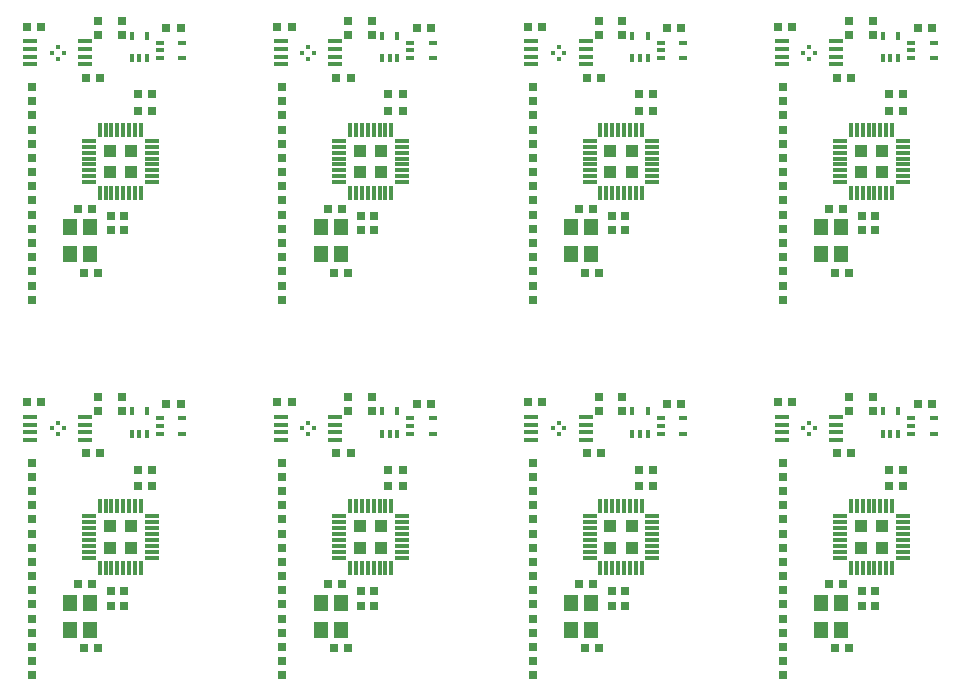
<source format=gtp>
G75*
%MOIN*%
%OFA0B0*%
%FSLAX24Y24*%
%IPPOS*%
%LPD*%
%AMOC8*
5,1,8,0,0,1.08239X$1,22.5*
%
%ADD10R,0.0118X0.0472*%
%ADD11R,0.0472X0.0118*%
%ADD12R,0.0394X0.0394*%
%ADD13R,0.0276X0.0276*%
%ADD14R,0.0157X0.0276*%
%ADD15R,0.0276X0.0157*%
%ADD16R,0.0472X0.0157*%
%ADD17R,0.0157X0.0157*%
%ADD18R,0.0472X0.0551*%
D10*
X012970Y012724D03*
X013167Y012724D03*
X013364Y012724D03*
X013561Y012724D03*
X013758Y012724D03*
X013955Y012724D03*
X014152Y012724D03*
X014348Y012724D03*
X014348Y014811D03*
X014152Y014811D03*
X013955Y014811D03*
X013758Y014811D03*
X013561Y014811D03*
X013364Y014811D03*
X013167Y014811D03*
X012970Y014811D03*
X021317Y014811D03*
X021514Y014811D03*
X021711Y014811D03*
X021907Y014811D03*
X022104Y014811D03*
X022301Y014811D03*
X022498Y014811D03*
X022695Y014811D03*
X022695Y012724D03*
X022498Y012724D03*
X022301Y012724D03*
X022104Y012724D03*
X021907Y012724D03*
X021711Y012724D03*
X021514Y012724D03*
X021317Y012724D03*
X029663Y012724D03*
X029860Y012724D03*
X030057Y012724D03*
X030254Y012724D03*
X030451Y012724D03*
X030648Y012724D03*
X030844Y012724D03*
X031041Y012724D03*
X031041Y014811D03*
X030844Y014811D03*
X030648Y014811D03*
X030451Y014811D03*
X030254Y014811D03*
X030057Y014811D03*
X029860Y014811D03*
X029663Y014811D03*
X038010Y014811D03*
X038207Y014811D03*
X038403Y014811D03*
X038600Y014811D03*
X038797Y014811D03*
X038994Y014811D03*
X039191Y014811D03*
X039388Y014811D03*
X039388Y012724D03*
X039191Y012724D03*
X038994Y012724D03*
X038797Y012724D03*
X038600Y012724D03*
X038403Y012724D03*
X038207Y012724D03*
X038010Y012724D03*
X038010Y025244D03*
X038207Y025244D03*
X038403Y025244D03*
X038600Y025244D03*
X038797Y025244D03*
X038994Y025244D03*
X039191Y025244D03*
X039388Y025244D03*
X039388Y027330D03*
X039191Y027330D03*
X038994Y027330D03*
X038797Y027330D03*
X038600Y027330D03*
X038403Y027330D03*
X038207Y027330D03*
X038010Y027330D03*
X031041Y027330D03*
X030844Y027330D03*
X030648Y027330D03*
X030451Y027330D03*
X030254Y027330D03*
X030057Y027330D03*
X029860Y027330D03*
X029663Y027330D03*
X029663Y025244D03*
X029860Y025244D03*
X030057Y025244D03*
X030254Y025244D03*
X030451Y025244D03*
X030648Y025244D03*
X030844Y025244D03*
X031041Y025244D03*
X022695Y025244D03*
X022498Y025244D03*
X022301Y025244D03*
X022104Y025244D03*
X021907Y025244D03*
X021711Y025244D03*
X021514Y025244D03*
X021317Y025244D03*
X021317Y027330D03*
X021514Y027330D03*
X021711Y027330D03*
X021907Y027330D03*
X022104Y027330D03*
X022301Y027330D03*
X022498Y027330D03*
X022695Y027330D03*
X014348Y027330D03*
X014152Y027330D03*
X013955Y027330D03*
X013758Y027330D03*
X013561Y027330D03*
X013364Y027330D03*
X013167Y027330D03*
X012970Y027330D03*
X012970Y025244D03*
X013167Y025244D03*
X013364Y025244D03*
X013561Y025244D03*
X013758Y025244D03*
X013955Y025244D03*
X014152Y025244D03*
X014348Y025244D03*
D11*
X014703Y025598D03*
X014703Y025795D03*
X014703Y025992D03*
X014703Y026189D03*
X014703Y026385D03*
X014703Y026582D03*
X014703Y026779D03*
X014703Y026976D03*
X012616Y026976D03*
X012616Y026779D03*
X012616Y026582D03*
X012616Y026385D03*
X012616Y026189D03*
X012616Y025992D03*
X012616Y025795D03*
X012616Y025598D03*
X020963Y025598D03*
X020963Y025795D03*
X020963Y025992D03*
X020963Y026189D03*
X020963Y026385D03*
X020963Y026582D03*
X020963Y026779D03*
X020963Y026976D03*
X023049Y026976D03*
X023049Y026779D03*
X023049Y026582D03*
X023049Y026385D03*
X023049Y026189D03*
X023049Y025992D03*
X023049Y025795D03*
X023049Y025598D03*
X029309Y025598D03*
X029309Y025795D03*
X029309Y025992D03*
X029309Y026189D03*
X029309Y026385D03*
X029309Y026582D03*
X029309Y026779D03*
X029309Y026976D03*
X031396Y026976D03*
X031396Y026779D03*
X031396Y026582D03*
X031396Y026385D03*
X031396Y026189D03*
X031396Y025992D03*
X031396Y025795D03*
X031396Y025598D03*
X037655Y025598D03*
X037655Y025795D03*
X037655Y025992D03*
X037655Y026189D03*
X037655Y026385D03*
X037655Y026582D03*
X037655Y026779D03*
X037655Y026976D03*
X039742Y026976D03*
X039742Y026779D03*
X039742Y026582D03*
X039742Y026385D03*
X039742Y026189D03*
X039742Y025992D03*
X039742Y025795D03*
X039742Y025598D03*
X039742Y014456D03*
X039742Y014259D03*
X039742Y014063D03*
X039742Y013866D03*
X039742Y013669D03*
X039742Y013472D03*
X039742Y013275D03*
X039742Y013078D03*
X037655Y013078D03*
X037655Y013275D03*
X037655Y013472D03*
X037655Y013669D03*
X037655Y013866D03*
X037655Y014063D03*
X037655Y014259D03*
X037655Y014456D03*
X031396Y014456D03*
X031396Y014259D03*
X031396Y014063D03*
X031396Y013866D03*
X031396Y013669D03*
X031396Y013472D03*
X031396Y013275D03*
X031396Y013078D03*
X029309Y013078D03*
X029309Y013275D03*
X029309Y013472D03*
X029309Y013669D03*
X029309Y013866D03*
X029309Y014063D03*
X029309Y014259D03*
X029309Y014456D03*
X023049Y014456D03*
X023049Y014259D03*
X023049Y014063D03*
X023049Y013866D03*
X023049Y013669D03*
X023049Y013472D03*
X023049Y013275D03*
X023049Y013078D03*
X020963Y013078D03*
X020963Y013275D03*
X020963Y013472D03*
X020963Y013669D03*
X020963Y013866D03*
X020963Y014063D03*
X020963Y014259D03*
X020963Y014456D03*
X014703Y014456D03*
X014703Y014259D03*
X014703Y014063D03*
X014703Y013866D03*
X014703Y013669D03*
X014703Y013472D03*
X014703Y013275D03*
X014703Y013078D03*
X012616Y013078D03*
X012616Y013275D03*
X012616Y013472D03*
X012616Y013669D03*
X012616Y013866D03*
X012616Y014063D03*
X012616Y014259D03*
X012616Y014456D03*
D12*
X013305Y014122D03*
X014014Y014122D03*
X014014Y013413D03*
X013305Y013413D03*
X021652Y013413D03*
X022360Y013413D03*
X022360Y014122D03*
X021652Y014122D03*
X029998Y014122D03*
X030707Y014122D03*
X030707Y013413D03*
X029998Y013413D03*
X038344Y013413D03*
X039053Y013413D03*
X039053Y014122D03*
X038344Y014122D03*
X038344Y025933D03*
X039053Y025933D03*
X039053Y026641D03*
X038344Y026641D03*
X030707Y026641D03*
X029998Y026641D03*
X029998Y025933D03*
X030707Y025933D03*
X022360Y025933D03*
X021652Y025933D03*
X021652Y026641D03*
X022360Y026641D03*
X014014Y026641D03*
X013305Y026641D03*
X013305Y025933D03*
X014014Y025933D03*
D13*
X010707Y009161D03*
X010707Y009633D03*
X010707Y010106D03*
X010707Y010578D03*
X010707Y011051D03*
X010707Y011523D03*
X010707Y011996D03*
X010707Y012468D03*
X010707Y012941D03*
X010707Y013413D03*
X010707Y013885D03*
X010707Y014358D03*
X010707Y014830D03*
X010707Y015303D03*
X010707Y015775D03*
X010707Y016248D03*
X012518Y016563D03*
X012990Y016563D03*
X014250Y016011D03*
X014722Y016011D03*
X014722Y015460D03*
X014250Y015460D03*
X013699Y017980D03*
X013699Y018452D03*
X012911Y018452D03*
X012911Y017980D03*
X011022Y018256D03*
X010549Y018256D03*
X010707Y021681D03*
X010707Y022153D03*
X010707Y022626D03*
X010707Y023098D03*
X010707Y023570D03*
X010707Y024043D03*
X010707Y024515D03*
X010707Y024988D03*
X010707Y025460D03*
X010707Y025933D03*
X010707Y026405D03*
X010707Y026878D03*
X010707Y027350D03*
X010707Y027822D03*
X010707Y028295D03*
X010707Y028767D03*
X012518Y029082D03*
X012990Y029082D03*
X014250Y028531D03*
X014722Y028531D03*
X014722Y027980D03*
X014250Y027980D03*
X013699Y030500D03*
X013699Y030972D03*
X012911Y030972D03*
X012911Y030500D03*
X011022Y030775D03*
X010549Y030775D03*
X015195Y030736D03*
X015667Y030736D03*
X018896Y030775D03*
X019368Y030775D03*
X021258Y030972D03*
X021258Y030500D03*
X022045Y030500D03*
X022045Y030972D03*
X023541Y030736D03*
X024014Y030736D03*
X023069Y028531D03*
X022596Y028531D03*
X022596Y027980D03*
X023069Y027980D03*
X021337Y029082D03*
X020864Y029082D03*
X019053Y028767D03*
X019053Y028295D03*
X019053Y027822D03*
X019053Y027350D03*
X019053Y026878D03*
X019053Y026405D03*
X019053Y025933D03*
X019053Y025460D03*
X019053Y024988D03*
X019053Y024515D03*
X019053Y024043D03*
X019053Y023570D03*
X019053Y023098D03*
X019053Y022626D03*
X019053Y022153D03*
X019053Y021681D03*
X020785Y022586D03*
X021258Y022586D03*
X021691Y024004D03*
X022124Y024004D03*
X022124Y024476D03*
X021691Y024476D03*
X021061Y024712D03*
X020589Y024712D03*
X027400Y024515D03*
X027400Y024043D03*
X027400Y023570D03*
X027400Y023098D03*
X027400Y022626D03*
X027400Y022153D03*
X027400Y021681D03*
X029132Y022586D03*
X029604Y022586D03*
X030037Y024004D03*
X030470Y024004D03*
X030470Y024476D03*
X030037Y024476D03*
X029407Y024712D03*
X028935Y024712D03*
X027400Y024988D03*
X027400Y025460D03*
X027400Y025933D03*
X027400Y026405D03*
X027400Y026878D03*
X027400Y027350D03*
X027400Y027822D03*
X027400Y028295D03*
X027400Y028767D03*
X029211Y029082D03*
X029683Y029082D03*
X030943Y028531D03*
X031415Y028531D03*
X031415Y027980D03*
X030943Y027980D03*
X030392Y030500D03*
X030392Y030972D03*
X029604Y030972D03*
X029604Y030500D03*
X027715Y030775D03*
X027242Y030775D03*
X031888Y030736D03*
X032360Y030736D03*
X035589Y030775D03*
X036061Y030775D03*
X037951Y030972D03*
X037951Y030500D03*
X038738Y030500D03*
X038738Y030972D03*
X040234Y030736D03*
X040707Y030736D03*
X039762Y028531D03*
X039289Y028531D03*
X039289Y027980D03*
X039762Y027980D03*
X038029Y029082D03*
X037557Y029082D03*
X035746Y028767D03*
X035746Y028295D03*
X035746Y027822D03*
X035746Y027350D03*
X035746Y026878D03*
X035746Y026405D03*
X035746Y025933D03*
X035746Y025460D03*
X035746Y024988D03*
X035746Y024515D03*
X035746Y024043D03*
X035746Y023570D03*
X035746Y023098D03*
X035746Y022626D03*
X035746Y022153D03*
X035746Y021681D03*
X037478Y022586D03*
X037951Y022586D03*
X038384Y024004D03*
X038817Y024004D03*
X038817Y024476D03*
X038384Y024476D03*
X037754Y024712D03*
X037281Y024712D03*
X037951Y018452D03*
X037951Y017980D03*
X038738Y017980D03*
X038738Y018452D03*
X040234Y018216D03*
X040707Y018216D03*
X039762Y016011D03*
X039289Y016011D03*
X039289Y015460D03*
X039762Y015460D03*
X038029Y016563D03*
X037557Y016563D03*
X035746Y016248D03*
X035746Y015775D03*
X035746Y015303D03*
X035746Y014830D03*
X035746Y014358D03*
X035746Y013885D03*
X035746Y013413D03*
X035746Y012941D03*
X035746Y012468D03*
X035746Y011996D03*
X035746Y011523D03*
X035746Y011051D03*
X035746Y010578D03*
X035746Y010106D03*
X035746Y009633D03*
X035746Y009161D03*
X037478Y010067D03*
X037951Y010067D03*
X038384Y011484D03*
X038817Y011484D03*
X038817Y011956D03*
X038384Y011956D03*
X037754Y012193D03*
X037281Y012193D03*
X031415Y015460D03*
X030943Y015460D03*
X030943Y016011D03*
X031415Y016011D03*
X029683Y016563D03*
X029211Y016563D03*
X029604Y017980D03*
X029604Y018452D03*
X030392Y018452D03*
X030392Y017980D03*
X031888Y018216D03*
X032360Y018216D03*
X035589Y018256D03*
X036061Y018256D03*
X029407Y012193D03*
X028935Y012193D03*
X030037Y011956D03*
X030470Y011956D03*
X030470Y011484D03*
X030037Y011484D03*
X029604Y010067D03*
X029132Y010067D03*
X027400Y010106D03*
X027400Y010578D03*
X027400Y011051D03*
X027400Y011523D03*
X027400Y011996D03*
X027400Y012468D03*
X027400Y012941D03*
X027400Y013413D03*
X027400Y013885D03*
X027400Y014358D03*
X027400Y014830D03*
X027400Y015303D03*
X027400Y015775D03*
X027400Y016248D03*
X027242Y018256D03*
X027715Y018256D03*
X024014Y018216D03*
X023541Y018216D03*
X022045Y017980D03*
X022045Y018452D03*
X021258Y018452D03*
X021258Y017980D03*
X021337Y016563D03*
X020864Y016563D03*
X022596Y016011D03*
X023069Y016011D03*
X023069Y015460D03*
X022596Y015460D03*
X019053Y015303D03*
X019053Y015775D03*
X019053Y016248D03*
X019053Y014830D03*
X019053Y014358D03*
X019053Y013885D03*
X019053Y013413D03*
X019053Y012941D03*
X019053Y012468D03*
X019053Y011996D03*
X019053Y011523D03*
X019053Y011051D03*
X019053Y010578D03*
X019053Y010106D03*
X019053Y009633D03*
X019053Y009161D03*
X020785Y010067D03*
X021258Y010067D03*
X021691Y011484D03*
X022124Y011484D03*
X022124Y011956D03*
X021691Y011956D03*
X021061Y012193D03*
X020589Y012193D03*
X027400Y009633D03*
X027400Y009161D03*
X019368Y018256D03*
X018896Y018256D03*
X015667Y018216D03*
X015195Y018216D03*
X012911Y022586D03*
X012439Y022586D03*
X013344Y024004D03*
X013777Y024004D03*
X013777Y024476D03*
X013344Y024476D03*
X012715Y024712D03*
X012242Y024712D03*
X012242Y012193D03*
X012715Y012193D03*
X013344Y011956D03*
X013777Y011956D03*
X013777Y011484D03*
X013344Y011484D03*
X012911Y010067D03*
X012439Y010067D03*
D14*
X014033Y017212D03*
X014289Y017212D03*
X014545Y017212D03*
X014545Y017960D03*
X014033Y017960D03*
X022380Y017960D03*
X022892Y017960D03*
X022892Y017212D03*
X022636Y017212D03*
X022380Y017212D03*
X030726Y017212D03*
X030982Y017212D03*
X031238Y017212D03*
X031238Y017960D03*
X030726Y017960D03*
X039073Y017960D03*
X039585Y017960D03*
X039585Y017212D03*
X039329Y017212D03*
X039073Y017212D03*
X039073Y029732D03*
X039329Y029732D03*
X039585Y029732D03*
X039585Y030480D03*
X039073Y030480D03*
X031238Y030480D03*
X030726Y030480D03*
X030726Y029732D03*
X030982Y029732D03*
X031238Y029732D03*
X022892Y029732D03*
X022636Y029732D03*
X022380Y029732D03*
X022380Y030480D03*
X022892Y030480D03*
X014545Y030480D03*
X014033Y030480D03*
X014033Y029732D03*
X014289Y029732D03*
X014545Y029732D03*
D15*
X014978Y029732D03*
X014978Y029988D03*
X014978Y030244D03*
X015726Y030244D03*
X015726Y029732D03*
X023325Y029732D03*
X023325Y029988D03*
X023325Y030244D03*
X024073Y030244D03*
X024073Y029732D03*
X031671Y029732D03*
X031671Y029988D03*
X031671Y030244D03*
X032419Y030244D03*
X032419Y029732D03*
X040018Y029732D03*
X040018Y029988D03*
X040018Y030244D03*
X040766Y030244D03*
X040766Y029732D03*
X040766Y017724D03*
X040766Y017212D03*
X040018Y017212D03*
X040018Y017468D03*
X040018Y017724D03*
X032419Y017724D03*
X032419Y017212D03*
X031671Y017212D03*
X031671Y017468D03*
X031671Y017724D03*
X024073Y017724D03*
X024073Y017212D03*
X023325Y017212D03*
X023325Y017468D03*
X023325Y017724D03*
X015726Y017724D03*
X015726Y017212D03*
X014978Y017212D03*
X014978Y017468D03*
X014978Y017724D03*
D16*
X012483Y017774D03*
X012483Y017518D03*
X012483Y017262D03*
X012483Y017006D03*
X010662Y017006D03*
X010662Y017262D03*
X010662Y017518D03*
X010662Y017774D03*
X019009Y017774D03*
X019009Y017518D03*
X019009Y017262D03*
X019009Y017006D03*
X020829Y017006D03*
X020829Y017262D03*
X020829Y017518D03*
X020829Y017774D03*
X027355Y017774D03*
X027355Y017518D03*
X027355Y017262D03*
X027355Y017006D03*
X029176Y017006D03*
X029176Y017262D03*
X029176Y017518D03*
X029176Y017774D03*
X035702Y017774D03*
X035702Y017518D03*
X035702Y017262D03*
X035702Y017006D03*
X037522Y017006D03*
X037522Y017262D03*
X037522Y017518D03*
X037522Y017774D03*
X037522Y029526D03*
X037522Y029781D03*
X037522Y030037D03*
X037522Y030293D03*
X035702Y030293D03*
X035702Y030037D03*
X035702Y029781D03*
X035702Y029526D03*
X029176Y029526D03*
X029176Y029781D03*
X029176Y030037D03*
X029176Y030293D03*
X027355Y030293D03*
X027355Y030037D03*
X027355Y029781D03*
X027355Y029526D03*
X020829Y029526D03*
X020829Y029781D03*
X020829Y030037D03*
X020829Y030293D03*
X019009Y030293D03*
X019009Y030037D03*
X019009Y029781D03*
X019009Y029526D03*
X012483Y029526D03*
X012483Y029781D03*
X012483Y030037D03*
X012483Y030293D03*
X010662Y030293D03*
X010662Y030037D03*
X010662Y029781D03*
X010662Y029526D03*
D17*
X011376Y029909D03*
X011573Y029712D03*
X011770Y029909D03*
X011573Y030106D03*
X019722Y029909D03*
X019919Y029712D03*
X020116Y029909D03*
X019919Y030106D03*
X028069Y029909D03*
X028266Y029712D03*
X028463Y029909D03*
X028266Y030106D03*
X036415Y029909D03*
X036612Y029712D03*
X036809Y029909D03*
X036612Y030106D03*
X036612Y017586D03*
X036415Y017389D03*
X036612Y017193D03*
X036809Y017389D03*
X028463Y017389D03*
X028266Y017193D03*
X028069Y017389D03*
X028266Y017586D03*
X020116Y017389D03*
X019919Y017193D03*
X019722Y017389D03*
X019919Y017586D03*
X011770Y017389D03*
X011573Y017193D03*
X011376Y017389D03*
X011573Y017586D03*
D18*
X011986Y023196D03*
X012655Y023196D03*
X012655Y024102D03*
X011986Y024102D03*
X020333Y024102D03*
X021002Y024102D03*
X021002Y023196D03*
X020333Y023196D03*
X028679Y023196D03*
X029348Y023196D03*
X029348Y024102D03*
X028679Y024102D03*
X037026Y024102D03*
X037695Y024102D03*
X037695Y023196D03*
X037026Y023196D03*
X037026Y011582D03*
X037695Y011582D03*
X037695Y010677D03*
X037026Y010677D03*
X029348Y010677D03*
X028679Y010677D03*
X028679Y011582D03*
X029348Y011582D03*
X021002Y011582D03*
X020333Y011582D03*
X020333Y010677D03*
X021002Y010677D03*
X012655Y010677D03*
X011986Y010677D03*
X011986Y011582D03*
X012655Y011582D03*
M02*

</source>
